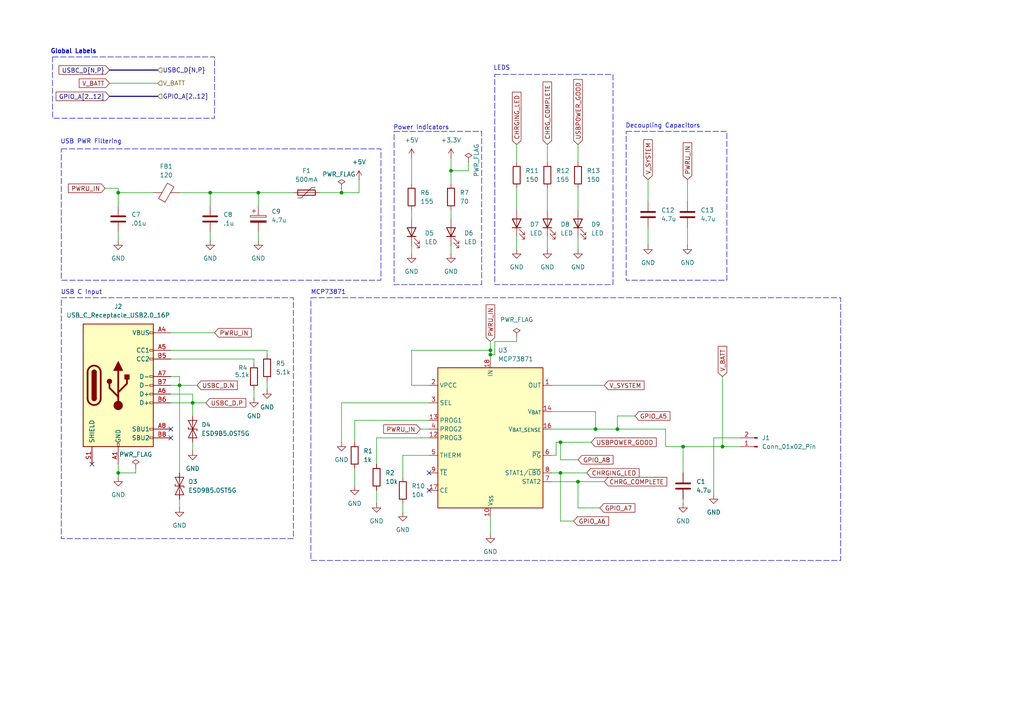
<source format=kicad_sch>
(kicad_sch (version 20231120) (generator "eeschema") (generator_version "8.0")
  (paper "A4")
  (lib_symbols
    (symbol "Battery_Management:MCP73871"
      (property "Reference" "U" (at -7.62 24.13 0))
      (property "Value" "MCP73871" (at -15.24 21.59 0))
      (symbol "MCP73871_0_1"
        (rectangle (start -15.24 20.32) (end 15.24 -20.32) (stroke (width 0.254)) (fill (type background)))
      )
      (symbol "MCP73871_1_1"
        (pin power_out line (at 17.78 15.24 180) (length 2.54) (name "OUT") (number "1"))
        (pin power_in line (at 0 -22.86 90) (length 2.54) (name "V_{SS}") (number "10"))
        (pin passive line (at 0 -22.86 90) (length 2.54) hide (name "V_{SS}") (number "11"))
        (pin bidirectional line (at -17.78 0 0) (length 2.54) (name "PROG3") (number "12"))
        (pin bidirectional line (at -17.78 5.08 0) (length 2.54) (name "PROG1") (number "13"))
        (pin power_out line (at 17.78 7.62 180) (length 2.54) (name "V_{BAT}") (number "14"))
        (pin passive line (at 17.78 7.62 180) (length 2.54) hide (name "V_{BAT}") (number "15"))
        (pin input line (at 17.78 2.54 180) (length 2.54) (name "V_{BAT_SENSE}") (number "16"))
        (pin input line (at -17.78 -15.24 0) (length 2.54) (name "CE") (number "17"))
        (pin power_in line (at 0 22.86 270) (length 2.54) (name "IN") (number "18"))
        (pin passive line (at 0 22.86 270) (length 2.54) hide (name "IN") (number "19"))
        (pin input line (at -17.78 15.24 0) (length 2.54) (name "VPCC") (number "2"))
        (pin passive line (at 17.78 15.24 180) (length 2.54) hide (name "OUT") (number "20"))
        (pin passive line (at 0 -22.86 90) (length 2.54) hide (name "V_{SS}") (number "21"))
        (pin input line (at -17.78 10.16 0) (length 2.54) (name "SEL") (number "3"))
        (pin input line (at -17.78 2.54 0) (length 2.54) (name "PROG2") (number "4"))
        (pin bidirectional line (at -17.78 -5.08 0) (length 2.54) (name "THERM") (number "5"))
        (pin open_collector line (at 17.78 -5.08 180) (length 2.54) (name "~{PG}") (number "6"))
        (pin open_collector line (at 17.78 -12.7 180) (length 2.54) (name "STAT2") (number "7"))
        (pin open_collector line (at 17.78 -10.16 180) (length 2.54) (name "STAT1/~{LBO}") (number "8"))
        (pin input line (at -17.78 -10.16 0) (length 2.54) (name "~{TE}") (number "9"))
      )
    )
    (symbol "Connector:Conn_01x02_Pin" (pin_names (offset 1.016) hide)
      (property "Reference" "J" (at 0 2.54 0))
      (property "Value" "Conn_01x02_Pin" (at 0 -5.08 0))
      (symbol "Conn_01x02_Pin_1_1"
        (polyline (pts (xy 1.27 -2.54) (xy 0.8636 -2.54)) (stroke (width 0.1524)))
        (polyline (pts (xy 1.27 0) (xy 0.8636 0)) (stroke (width 0.1524)))
        (rectangle (start 0.8636 -2.413) (end 0 -2.667) (stroke (width 0.1524)) (fill (type outline)))
        (rectangle (start 0.8636 0.127) (end 0 -0.127) (stroke (width 0.1524)) (fill (type outline)))
        (pin passive line (at 5.08 0 180) (length 3.81) (name "Pin_1") (number "1"))
        (pin passive line (at 5.08 -2.54 180) (length 3.81) (name "Pin_2") (number "2"))
      )
    )
    (symbol "Connector:USB_C_Receptacle_USB2.0_16P" (pin_names (offset 1.016))
      (property "Reference" "J" (at 0 22.225 0))
      (property "Value" "USB_C_Receptacle_USB2.0_16P" (at 0 19.685 0))
      (symbol "USB_C_Receptacle_USB2.0_16P_0_0"
        (rectangle (start -0.254 -17.78) (end 0.254 -16.764))
        (rectangle (start 10.16 -14.986) (end 9.144 -15.494))
        (rectangle (start 10.16 -12.446) (end 9.144 -12.954))
        (rectangle (start 10.16 -4.826) (end 9.144 -5.334))
        (rectangle (start 10.16 -2.286) (end 9.144 -2.794))
        (rectangle (start 10.16 0.254) (end 9.144 -0.254))
        (rectangle (start 10.16 2.794) (end 9.144 2.286))
        (rectangle (start 10.16 7.874) (end 9.144 7.366))
        (rectangle (start 10.16 10.414) (end 9.144 9.906))
        (rectangle (start 10.16 15.494) (end 9.144 14.986))
      )
      (symbol "USB_C_Receptacle_USB2.0_16P_0_1"
        (rectangle (start -10.16 17.78) (end 10.16 -17.78) (stroke (width 0.254)) (fill (type background)))
        (arc (start -8.89 -3.81) (mid -6.985 -5.7067) (end -5.08 -3.81) (stroke (width 0.508)))
        (arc (start -7.62 -3.81) (mid -6.985 -4.4423) (end -6.35 -3.81) (stroke (width 0.254)))
        (arc (start -7.62 -3.81) (mid -6.985 -4.4423) (end -6.35 -3.81) (stroke (width 0.254)) (fill (type outline)))
        (rectangle (start -7.62 -3.81) (end -6.35 3.81) (stroke (width 0.254)) (fill (type outline)))
        (arc (start -6.35 3.81) (mid -6.985 4.4423) (end -7.62 3.81) (stroke (width 0.254)))
        (arc (start -6.35 3.81) (mid -6.985 4.4423) (end -7.62 3.81) (stroke (width 0.254)) (fill (type outline)))
        (arc (start -5.08 3.81) (mid -6.985 5.7067) (end -8.89 3.81) (stroke (width 0.508)))
        (circle (center -2.54 1.143) (radius 0.635) (stroke (width 0.254)) (fill (type outline)))
        (circle (center 0 -5.842) (radius 1.27) (fill (type outline)))
        (polyline (pts (xy -8.89 -3.81) (xy -8.89 3.81)) (stroke (width 0.508)))
        (polyline (pts (xy -5.08 3.81) (xy -5.08 -3.81)) (stroke (width 0.508)))
        (polyline (pts (xy 0 -5.842) (xy 0 4.318)) (stroke (width 0.508)))
        (polyline (pts (xy 0 -3.302) (xy -2.54 -0.762) (xy -2.54 0.508)) (stroke (width 0.508)))
        (polyline (pts (xy 0 -2.032) (xy 2.54 0.508) (xy 2.54 1.778)) (stroke (width 0.508)))
        (polyline (pts (xy -1.27 4.318) (xy 0 6.858) (xy 1.27 4.318) (xy -1.27 4.318)) (stroke (width 0.254)) (fill (type outline)))
        (rectangle (start 1.905 1.778) (end 3.175 3.048) (stroke (width 0.254)) (fill (type outline)))
      )
      (symbol "USB_C_Receptacle_USB2.0_16P_1_1"
        (pin passive line (at 0 -22.86 90) (length 5.08) (name "GND") (number "A1"))
        (pin passive line (at 0 -22.86 90) (length 5.08) hide (name "GND") (number "A12"))
        (pin passive line (at 15.24 15.24 180) (length 5.08) (name "VBUS") (number "A4"))
        (pin bidirectional line (at 15.24 10.16 180) (length 5.08) (name "CC1") (number "A5"))
        (pin bidirectional line (at 15.24 -2.54 180) (length 5.08) (name "D+") (number "A6"))
        (pin bidirectional line (at 15.24 2.54 180) (length 5.08) (name "D-") (number "A7"))
        (pin bidirectional line (at 15.24 -12.7 180) (length 5.08) (name "SBU1") (number "A8"))
        (pin passive line (at 15.24 15.24 180) (length 5.08) hide (name "VBUS") (number "A9"))
        (pin passive line (at 0 -22.86 90) (length 5.08) hide (name "GND") (number "B1"))
        (pin passive line (at 0 -22.86 90) (length 5.08) hide (name "GND") (number "B12"))
        (pin passive line (at 15.24 15.24 180) (length 5.08) hide (name "VBUS") (number "B4"))
        (pin bidirectional line (at 15.24 7.62 180) (length 5.08) (name "CC2") (number "B5"))
        (pin bidirectional line (at 15.24 -5.08 180) (length 5.08) (name "D+") (number "B6"))
        (pin bidirectional line (at 15.24 0 180) (length 5.08) (name "D-") (number "B7"))
        (pin bidirectional line (at 15.24 -15.24 180) (length 5.08) (name "SBU2") (number "B8"))
        (pin passive line (at 15.24 15.24 180) (length 5.08) hide (name "VBUS") (number "B9"))
        (pin passive line (at -7.62 -22.86 90) (length 5.08) (name "SHIELD") (number "S1"))
      )
    )
    (symbol "Device:C" (pin_numbers hide) (pin_names (offset 0.254))
      (property "Reference" "C" (at 0.635 2.54 0))
      (property "Value" "C" (at 0.635 -2.54 0))
      (symbol "C_0_1"
        (polyline (pts (xy -2.032 -0.762) (xy 2.032 -0.762)) (stroke (width 0.508)))
        (polyline (pts (xy -2.032 0.762) (xy 2.032 0.762)) (stroke (width 0.508)))
      )
      (symbol "C_1_1"
        (pin passive line (at 0 3.81 270) (length 2.794) (name "~") (number "1"))
        (pin passive line (at 0 -3.81 90) (length 2.794) (name "~") (number "2"))
      )
    )
    (symbol "Device:C_Polarized" (pin_numbers hide) (pin_names (offset 0.254))
      (property "Reference" "C" (at 0.635 2.54 0))
      (property "Value" "C_Polarized" (at 0.635 -2.54 0))
      (symbol "C_Polarized_0_1"
        (rectangle (start -2.286 0.508) (end 2.286 1.016))
        (polyline (pts (xy -1.778 2.286) (xy -0.762 2.286)))
        (polyline (pts (xy -1.27 2.794) (xy -1.27 1.778)))
        (rectangle (start 2.286 -0.508) (end -2.286 -1.016) (fill (type outline)))
      )
      (symbol "C_Polarized_1_1"
        (pin passive line (at 0 3.81 270) (length 2.794) (name "~") (number "1"))
        (pin passive line (at 0 -3.81 90) (length 2.794) (name "~") (number "2"))
      )
    )
    (symbol "Device:FerriteBead" (pin_numbers hide) (pin_names (offset 0))
      (property "Reference" "FB" (at -3.81 0.635 90))
      (property "Value" "FerriteBead" (at 3.81 0 90))
      (symbol "FerriteBead_0_1"
        (polyline (pts (xy 0 -1.27) (xy 0 -1.2192)))
        (polyline (pts (xy 0 1.27) (xy 0 1.2954)))
        (polyline (pts (xy -2.7686 0.4064) (xy -1.7018 2.2606) (xy 2.7686 -0.3048) (xy 1.6764 -2.159) (xy -2.7686 0.4064)))
      )
      (symbol "FerriteBead_1_1"
        (pin passive line (at 0 3.81 270) (length 2.54) (name "~") (number "1"))
        (pin passive line (at 0 -3.81 90) (length 2.54) (name "~") (number "2"))
      )
    )
    (symbol "Device:LED" (pin_numbers hide) (pin_names (offset 1.016) hide)
      (property "Reference" "D" (at 0 2.54 0))
      (property "Value" "LED" (at 0 -2.54 0))
      (symbol "LED_0_1"
        (polyline (pts (xy -1.27 -1.27) (xy -1.27 1.27)) (stroke (width 0.254)))
        (polyline (pts (xy -1.27 0) (xy 1.27 0)))
        (polyline (pts (xy 1.27 -1.27) (xy 1.27 1.27) (xy -1.27 0) (xy 1.27 -1.27)) (stroke (width 0.254)))
        (polyline (pts (xy -3.048 -0.762) (xy -4.572 -2.286) (xy -3.81 -2.286) (xy -4.572 -2.286) (xy -4.572 -1.524)))
        (polyline (pts (xy -1.778 -0.762) (xy -3.302 -2.286) (xy -2.54 -2.286) (xy -3.302 -2.286) (xy -3.302 -1.524)))
      )
      (symbol "LED_1_1"
        (pin passive line (at -3.81 0 0) (length 2.54) (name "K") (number "1"))
        (pin passive line (at 3.81 0 180) (length 2.54) (name "A") (number "2"))
      )
    )
    (symbol "Device:Polyfuse" (pin_numbers hide) (pin_names (offset 0))
      (property "Reference" "F" (at -2.54 0 90))
      (property "Value" "Polyfuse" (at 2.54 0 90))
      (symbol "Polyfuse_0_1"
        (rectangle (start -0.762 2.54) (end 0.762 -2.54) (stroke (width 0.254)))
        (polyline (pts (xy 0 2.54) (xy 0 -2.54)))
        (polyline (pts (xy -1.524 2.54) (xy -1.524 1.524) (xy 1.524 -1.524) (xy 1.524 -2.54)))
      )
      (symbol "Polyfuse_1_1"
        (pin passive line (at 0 3.81 270) (length 1.27) (name "~") (number "1"))
        (pin passive line (at 0 -3.81 90) (length 1.27) (name "~") (number "2"))
      )
    )
    (symbol "Device:R" (pin_numbers hide) (pin_names (offset 0))
      (property "Reference" "R" (at 2.032 0 90))
      (property "Value" "R" (at 0 0 90))
      (symbol "R_0_1"
        (rectangle (start -1.016 -2.54) (end 1.016 2.54) (stroke (width 0.254)))
      )
      (symbol "R_1_1"
        (pin passive line (at 0 3.81 270) (length 1.27) (name "~") (number "1"))
        (pin passive line (at 0 -3.81 90) (length 1.27) (name "~") (number "2"))
      )
    )
    (symbol "Diode:ESD9B5.0ST5G" (pin_numbers hide) (pin_names (offset 1.016) hide)
      (property "Reference" "D" (at 0 2.54 0))
      (property "Value" "ESD9B5.0ST5G" (at 0 -2.54 0))
      (symbol "ESD9B5.0ST5G_0_1"
        (polyline (pts (xy 1.27 0) (xy -1.27 0)))
        (polyline (pts (xy -2.54 -1.27) (xy 0 0) (xy -2.54 1.27) (xy -2.54 -1.27)) (stroke (width 0.2032)))
        (polyline (pts (xy 0.508 1.27) (xy 0 1.27) (xy 0 -1.27) (xy -0.508 -1.27)) (stroke (width 0.2032)))
        (polyline (pts (xy 2.54 1.27) (xy 2.54 -1.27) (xy 0 0) (xy 2.54 1.27)) (stroke (width 0.2032)))
      )
      (symbol "ESD9B5.0ST5G_1_1"
        (pin passive line (at -3.81 0 0) (length 2.54) (name "A1") (number "1"))
        (pin passive line (at 3.81 0 180) (length 2.54) (name "A2") (number "2"))
      )
    )
    (symbol "power:+3.3V" (power) (pin_numbers hide) (pin_names (offset 0) hide)
      (property "Value" "+3.3V" (at 0 3.556 0))
      (symbol "+3.3V_0_1"
        (polyline (pts (xy -0.762 1.27) (xy 0 2.54)))
        (polyline (pts (xy 0 0) (xy 0 2.54)))
        (polyline (pts (xy 0 2.54) (xy 0.762 1.27)))
      )
      (symbol "+3.3V_1_1"
        (pin power_in line (at 0 0 90) (length 0) (name "~") (number "1"))
      )
    )
    (symbol "power:+5V" (power) (pin_numbers hide) (pin_names (offset 0) hide)
      (property "Value" "+5V" (at 0 3.556 0))
      (symbol "+5V_0_1"
        (polyline (pts (xy -0.762 1.27) (xy 0 2.54)))
        (polyline (pts (xy 0 0) (xy 0 2.54)))
        (polyline (pts (xy 0 2.54) (xy 0.762 1.27)))
      )
      (symbol "+5V_1_1"
        (pin power_in line (at 0 0 90) (length 0) (name "~") (number "1"))
      )
    )
    (symbol "power:GND" (power) (pin_numbers hide) (pin_names (offset 0) hide)
      (property "Value" "GND" (at 0 -3.81 0))
      (symbol "GND_0_1"
        (polyline (pts (xy 0 0) (xy 0 -1.27) (xy 1.27 -1.27) (xy 0 -2.54) (xy -1.27 -1.27) (xy 0 -1.27)))
      )
      (symbol "GND_1_1"
        (pin power_in line (at 0 0 270) (length 0) (name "~") (number "1"))
      )
    )
    (symbol "power:PWR_FLAG" (power) (pin_numbers hide) (pin_names (offset 0) hide)
      (property "Value" "PWR_FLAG" (at 0 3.81 0))
      (symbol "PWR_FLAG_0_0"
        (pin power_out line (at 0 0 90) (length 0) (name "~") (number "1"))
      )
      (symbol "PWR_FLAG_0_1"
        (polyline (pts (xy 0 0) (xy 0 1.27) (xy -1.016 1.905) (xy 0 2.54) (xy 1.016 1.905) (xy 0 1.27)))
      )
    )
  )
  (junction (at 99.06 55.88))
  (junction (at 198.12 129.54))
  (junction (at 142.24 101.6))
  (junction (at 179.07 124.46))
  (junction (at 34.29 55.88))
  (junction (at 162.56 137.16))
  (junction (at 167.64 139.7))
  (junction (at 34.29 137.16))
  (junction (at 60.96 55.88))
  (junction (at 74.93 55.88))
  (junction (at 130.81 49.53))
  (junction (at 209.55 129.54))
  (junction (at 162.56 128.27))
  (junction (at 52.07 111.76))
  (junction (at 142.24 102.87))
  (junction (at 172.72 124.46))
  (junction (at 55.88 116.84))
  (no_connect (at 26.67 134.62))
  (no_connect (at 49.53 127))
  (no_connect (at 49.53 124.46))
  (no_connect (at 124.46 137.16))
  (no_connect (at 124.46 142.24))
  (wire (pts (xy 124.46 116.84) (xy 99.06 116.84)))
  (wire (pts (xy 74.93 67.31) (xy 74.93 69.85)))
  (wire (pts (xy 172.72 124.46) (xy 179.07 124.46)))
  (wire (pts (xy 49.53 96.52) (xy 62.23 96.52)))
  (wire (pts (xy 102.87 121.92) (xy 102.87 128.27)))
  (wire (pts (xy 167.64 41.91) (xy 167.64 46.99)))
  (wire (pts (xy 142.24 102.87) (xy 142.24 104.14)))
  (wire (pts (xy 102.87 135.89) (xy 102.87 140.97)))
  (wire (pts (xy 199.39 66.04) (xy 199.39 71.12)))
  (wire (pts (xy 119.38 71.12) (xy 119.38 73.66)))
  (wire (pts (xy 162.56 128.27) (xy 161.29 128.27)))
  (wire (pts (xy 52.07 111.76) (xy 52.07 137.16)))
  (wire (pts (xy 52.07 144.78) (xy 52.07 147.32)))
  (wire (pts (xy 34.29 134.62) (xy 34.29 137.16)))
  (wire (pts (xy 149.86 41.91) (xy 149.86 46.99)))
  (wire (pts (xy 73.66 104.14) (xy 73.66 105.41)))
  (wire (pts (xy 99.06 54.61) (xy 99.06 55.88)))
  (wire (pts (xy 49.53 111.76) (xy 52.07 111.76)))
  (wire (pts (xy 55.88 116.84) (xy 55.88 120.65)))
  (wire (pts (xy 99.06 116.84) (xy 99.06 128.27)))
  (wire (pts (xy 49.53 114.3) (xy 55.88 114.3)))
  (wire (pts (xy 124.46 121.92) (xy 102.87 121.92)))
  (wire (pts (xy 149.86 54.61) (xy 149.86 60.96)))
  (wire (pts (xy 162.56 137.16) (xy 160.02 137.16)))
  (wire (pts (xy 199.39 52.07) (xy 199.39 58.42)))
  (wire (pts (xy 198.12 144.78) (xy 198.12 146.05)))
  (wire (pts (xy 130.81 45.72) (xy 130.81 49.53)))
  (wire (pts (xy 187.96 52.07) (xy 187.96 58.42)))
  (wire (pts (xy 209.55 129.54) (xy 214.63 129.54)))
  (wire (pts (xy 130.81 71.12) (xy 130.81 73.66)))
  (wire (pts (xy 179.07 124.46) (xy 193.04 124.46)))
  (wire (pts (xy 167.64 147.32) (xy 173.99 147.32)))
  (wire (pts (xy 142.24 101.6) (xy 142.24 102.87)))
  (wire (pts (xy 171.45 128.27) (xy 162.56 128.27)))
  (wire (pts (xy 179.07 120.65) (xy 179.07 124.46)))
  (wire (pts (xy 77.47 110.49) (xy 77.47 113.03)))
  (wire (pts (xy 109.22 142.24) (xy 109.22 146.05)))
  (wire (pts (xy 55.88 128.27) (xy 55.88 130.81)))
  (wire (pts (xy 34.29 67.31) (xy 34.29 69.85)))
  (wire (pts (xy 158.75 41.91) (xy 158.75 46.99)))
  (wire (pts (xy 130.81 60.96) (xy 130.81 63.5)))
  (wire (pts (xy 124.46 132.08) (xy 116.84 132.08)))
  (wire (pts (xy 198.12 129.54) (xy 198.12 137.16)))
  (wire (pts (xy 39.37 135.89) (xy 39.37 137.16)))
  (wire (pts (xy 142.24 99.06) (xy 142.24 101.6)))
  (wire (pts (xy 160.02 119.38) (xy 172.72 119.38)))
  (wire (pts (xy 207.01 127) (xy 207.01 143.51)))
  (wire (pts (xy 119.38 101.6) (xy 142.24 101.6)))
  (wire (pts (xy 52.07 55.88) (xy 60.96 55.88)))
  (wire (pts (xy 167.64 54.61) (xy 167.64 60.96)))
  (wire (pts (xy 167.64 139.7) (xy 160.02 139.7)))
  (wire (pts (xy 52.07 109.22) (xy 52.07 111.76)))
  (wire (pts (xy 209.55 109.22) (xy 209.55 129.54)))
  (wire (pts (xy 74.93 55.88) (xy 74.93 59.69)))
  (wire (pts (xy 214.63 127) (xy 207.01 127)))
  (wire (pts (xy 175.26 139.7) (xy 167.64 139.7)))
  (wire (pts (xy 60.96 67.31) (xy 60.96 69.85)))
  (wire (pts (xy 119.38 60.96) (xy 119.38 63.5)))
  (wire (pts (xy 162.56 128.27) (xy 162.56 133.35)))
  (wire (pts (xy 167.64 68.58) (xy 167.64 72.39)))
  (wire (pts (xy 162.56 133.35) (xy 167.64 133.35)))
  (wire (pts (xy 55.88 114.3) (xy 55.88 116.84)))
  (wire (pts (xy 34.29 55.88) (xy 44.45 55.88)))
  (wire (pts (xy 187.96 66.04) (xy 187.96 71.12)))
  (wire (pts (xy 49.53 101.6) (xy 77.47 101.6)))
  (wire (pts (xy 198.12 129.54) (xy 209.55 129.54)))
  (wire (pts (xy 34.29 55.88) (xy 34.29 59.69)))
  (wire (pts (xy 149.86 97.79) (xy 149.86 99.06)))
  (wire (pts (xy 198.12 129.54) (xy 193.04 129.54)))
  (wire (pts (xy 77.47 101.6) (xy 77.47 102.87)))
  (wire (pts (xy 160.02 124.46) (xy 172.72 124.46)))
  (wire (pts (xy 184.15 120.65) (xy 179.07 120.65)))
  (wire (pts (xy 119.38 111.76) (xy 119.38 101.6)))
  (wire (pts (xy 99.06 55.88) (xy 104.14 55.88)))
  (wire (pts (xy 149.86 68.58) (xy 149.86 72.39)))
  (wire (pts (xy 31.75 24.13) (xy 45.72 24.13)))
  (wire (pts (xy 73.66 113.03) (xy 73.66 115.57)))
  (wire (pts (xy 142.24 102.87) (xy 143.51 102.87)))
  (wire (pts (xy 34.29 137.16) (xy 39.37 137.16)))
  (wire (pts (xy 170.18 137.16) (xy 162.56 137.16)))
  (wire (pts (xy 116.84 132.08) (xy 116.84 138.43)))
  (wire (pts (xy 167.64 139.7) (xy 167.64 147.32)))
  (wire (pts (xy 49.53 116.84) (xy 55.88 116.84)))
  (wire (pts (xy 52.07 111.76) (xy 57.15 111.76)))
  (wire (pts (xy 130.81 49.53) (xy 135.89 49.53)))
  (bus (pts (xy 31.75 20.32) (xy 45.72 20.32)))
  (wire (pts (xy 172.72 119.38) (xy 172.72 124.46)))
  (wire (pts (xy 30.48 54.61) (xy 34.29 54.61)))
  (wire (pts (xy 158.75 54.61) (xy 158.75 60.96)))
  (wire (pts (xy 130.81 49.53) (xy 130.81 53.34)))
  (wire (pts (xy 161.29 132.08) (xy 160.02 132.08)))
  (wire (pts (xy 124.46 127) (xy 109.22 127)))
  (wire (pts (xy 49.53 109.22) (xy 52.07 109.22)))
  (wire (pts (xy 135.89 46.99) (xy 135.89 49.53)))
  (wire (pts (xy 116.84 146.05) (xy 116.84 148.59)))
  (wire (pts (xy 92.71 55.88) (xy 99.06 55.88)))
  (wire (pts (xy 119.38 111.76) (xy 124.46 111.76)))
  (wire (pts (xy 158.75 68.58) (xy 158.75 72.39)))
  (wire (pts (xy 60.96 55.88) (xy 74.93 55.88)))
  (wire (pts (xy 161.29 128.27) (xy 161.29 132.08)))
  (wire (pts (xy 162.56 151.13) (xy 166.37 151.13)))
  (wire (pts (xy 74.93 55.88) (xy 85.09 55.88)))
  (wire (pts (xy 160.02 111.76) (xy 175.26 111.76)))
  (wire (pts (xy 121.92 124.46) (xy 124.46 124.46)))
  (bus (pts (xy 31.75 27.94) (xy 45.72 27.94)))
  (wire (pts (xy 104.14 52.07) (xy 104.14 55.88)))
  (wire (pts (xy 193.04 124.46) (xy 193.04 129.54)))
  (wire (pts (xy 34.29 54.61) (xy 34.29 55.88)))
  (wire (pts (xy 119.38 45.72) (xy 119.38 53.34)))
  (wire (pts (xy 109.22 127) (xy 109.22 134.62)))
  (wire (pts (xy 55.88 116.84) (xy 59.69 116.84)))
  (wire (pts (xy 143.51 102.87) (xy 143.51 99.06)))
  (wire (pts (xy 143.51 99.06) (xy 149.86 99.06)))
  (wire (pts (xy 142.24 149.86) (xy 142.24 154.94)))
  (wire (pts (xy 60.96 55.88) (xy 60.96 59.69)))
  (wire (pts (xy 34.29 137.16) (xy 34.29 138.43)))
  (wire (pts (xy 49.53 104.14) (xy 73.66 104.14)))
  (wire (pts (xy 162.56 137.16) (xy 162.56 151.13)))
  (rectangle (start 17.78 43.18) (end 110.49 81.28) (stroke (width 0) (type dash)))
  (rectangle (start 17.78 86.36) (end 85.09 156.21) (stroke (width 0) (type dash)))
  (rectangle (start 181.61 38.1) (end 210.82 81.28) (stroke (width 0) (type dash)))
  (rectangle (start 15.24 16.51) (end 62.23 34.29) (stroke (width 0) (type dash)))
  (rectangle (start 143.51 21.59) (end 177.8 82.55) (stroke (width 0) (type dash)))
  (rectangle (start 114.3 38.1) (end 139.7 82.55) (stroke (width 0) (type dash)))
  (rectangle (start 90.17 86.36) (end 243.84 162.56) (stroke (width 0) (type dash)))
  (text "Global Labels" (at 21.336 14.986 0) (effects (font (size 1.27 1.27) (thickness 0.254) (bold yes))))
  (text "USB C Input" (at 23.622 84.836 0) (effects (font (size 1.27 1.27))))
  (text "USB PWR Filtering" (at 26.416 41.148 0) (effects (font (size 1.27 1.27))))
  (text "Power Indicators" (at 122.174 37.084 0) (effects (font (size 1.27 1.27))))
  (text "LEDS" (at 145.542 19.812 0) (effects (font (size 1.27 1.27))))
  (text "MCP73871" (at 95.25 84.836 0) (effects (font (size 1.27 1.27))))
  (text "Decoupling Capacitors" (at 192.278 36.576 0) (effects (font (size 1.27 1.27))))
  (global_label "PWRU_IN" (shape input) (at 62.23 96.52 0) (property "Intersheetrefs" "${INTERSHEET_REFS}" (effects (hide yes))))
  (global_label "USBC_D.P" (shape input) (at 59.69 116.84 0) (property "Intersheetrefs" "${INTERSHEET_REFS}" (effects (hide yes))))
  (global_label "CHRG_COMPLETE" (shape input) (at 175.26 139.7 0) (property "Intersheetrefs" "${INTERSHEET_REFS}" (effects (hide yes))))
  (global_label "V_SYSTEM" (shape input) (at 187.96 52.07 90) (property "Intersheetrefs" "${INTERSHEET_REFS}" (effects (hide yes))))
  (global_label "CHRG_COMPLETE" (shape input) (at 158.75 41.91 90) (property "Intersheetrefs" "${INTERSHEET_REFS}" (effects (hide yes))))
  (global_label "PWRU_IN" (shape input) (at 30.48 54.61 180) (property "Intersheetrefs" "${INTERSHEET_REFS}" (effects (hide yes))))
  (global_label "V_BATT" (shape input) (at 31.75 24.13 180) (property "Intersheetrefs" "${INTERSHEET_REFS}" (effects (hide yes))))
  (global_label "GPIO_A7" (shape input) (at 173.99 147.32 0) (property "Intersheetrefs" "${INTERSHEET_REFS}" (effects (hide yes))))
  (global_label "CHRGING_LED" (shape input) (at 149.86 41.91 90) (property "Intersheetrefs" "${INTERSHEET_REFS}" (effects (hide yes))))
  (global_label "V_SYSTEM" (shape input) (at 175.26 111.76 0) (property "Intersheetrefs" "${INTERSHEET_REFS}" (effects (hide yes))))
  (global_label "PWRU_IN" (shape input) (at 199.39 52.07 90) (property "Intersheetrefs" "${INTERSHEET_REFS}" (effects (hide yes))))
  (global_label "GPIO_A[2..12]" (shape input) (at 31.75 27.94 180) (property "Intersheetrefs" "${INTERSHEET_REFS}" (effects (hide yes))))
  (global_label "PWRU_IN" (shape input) (at 121.92 124.46 180) (property "Intersheetrefs" "${INTERSHEET_REFS}" (effects (hide yes))))
  (global_label "V_BATT" (shape input) (at 209.55 109.22 90) (property "Intersheetrefs" "${INTERSHEET_REFS}" (effects (hide yes))))
  (global_label "USBC_D.N" (shape input) (at 57.15 111.76 0))
  (global_label "CHRGING_LED" (shape input) (at 170.18 137.16 0) (property "Intersheetrefs" "${INTERSHEET_REFS}" (effects (hide yes))))
  (global_label "PWRU_IN" (shape input) (at 142.24 99.06 90) (property "Intersheetrefs" "${INTERSHEET_REFS}" (effects (hide yes))))
  (global_label "GPIO_A5" (shape input) (at 184.15 120.65 0) (property "Intersheetrefs" "${INTERSHEET_REFS}" (effects (hide yes))))
  (global_label "USBPOWER_GOOD" (shape input) (at 167.64 41.91 90) (property "Intersheetrefs" "${INTERSHEET_REFS}" (effects (hide yes))))
  (global_label "USBC_D{N,P}" (shape input) (at 31.75 20.32 180) (property "Intersheetrefs" "${INTERSHEET_REFS}" (effects (hide yes))))
  (global_label "GPIO_A8" (shape input) (at 167.64 133.35 0) (property "Intersheetrefs" "${INTERSHEET_REFS}" (effects (hide yes))))
  (global_label "USBPOWER_GOOD" (shape input) (at 171.45 128.27 0) (property "Intersheetrefs" "${INTERSHEET_REFS}" (effects (hide yes))))
  (global_label "GPIO_A6" (shape input) (at 166.37 151.13 0) (property "Intersheetrefs" "${INTERSHEET_REFS}" (effects (hide yes))))
  (hierarchical_label "V_BATT" (shape input) (at 45.72 24.13 0))
  (hierarchical_label "GPIO_A[2..12]" (shape input) (at 45.72 27.94 0))
  (hierarchical_label "USBC_D{N,P}" (shape input) (at 45.72 20.32 0))
  (symbol (lib_id "Battery_Management:MCP73871") (at 142.24 127 0) (unit 1)
    (property "Reference" "U3" (at 144.4341 101.6 0) (effects (justify left)))
    (property "Value" "MCP73871" (at 144.4341 104.14 0) (effects (justify left)))
    (property "Footprint" "Package_DFN_QFN:QFN-20-1EP_4x4mm_P0.5mm_EP2.5x2.5mm" (effects (hide yes)))
    (property "Datasheet" "http://www.mouser.com/ds/2/268/22090a-52174.pdf" (effects (hide yes)))
    (property "Description" "Single cell, Li-Ion/Li-Po charge management controller" (effects (hide yes)))
  )
  (symbol (lib_id "Device:R") (at 77.47 106.68 0) (unit 1)
    (property "Reference" "R5" (at 80.01 105.4099 0) (effects (justify left)))
    (property "Value" "5.1k" (at 80.01 107.9499 0) (effects (justify left)))
    (property "Footprint" "Resistor_SMD:R_0805_2012Metric_Pad1.20x1.40mm_HandSolder" (effects (hide yes)))
    (property "Description" "Resistor" (effects (hide yes)))
  )
  (symbol (lib_id "power:+5V") (at 104.14 52.07 0) (unit 1)
    (property "Reference" "#PWR026" (effects (hide yes)))
    (property "Value" "+5V" (at 104.14 46.99 0))
    (property "Description" "Power symbol creates a global label with name \"+5V\"" (effects (hide yes)))
  )
  (symbol (lib_id "Device:C_Polarized") (at 74.93 63.5 0) (unit 1)
    (property "Reference" "C9" (at 78.74 61.3409 0) (effects (justify left)))
    (property "Value" "4.7u" (at 78.74 63.8809 0) (effects (justify left)))
    (property "Footprint" "Capacitor_SMD:C_0805_2012Metric_Pad1.18x1.45mm_HandSolder" (effects (hide yes)))
    (property "Description" "Polarized capacitor" (effects (hide yes)))
  )
  (symbol (lib_id "power:GND") (at 116.84 148.59 0) (unit 1)
    (property "Reference" "#PWR010" (effects (hide yes)))
    (property "Value" "GND" (at 116.84 153.67 0))
    (property "Description" "Power symbol creates a global label with name \"GND\" , ground" (effects (hide yes)))
  )
  (symbol (lib_id "Device:C") (at 199.39 62.23 0) (unit 1)
    (property "Reference" "C13" (at 203.2 60.9599 0) (effects (justify left)))
    (property "Value" "4.7u" (at 203.2 63.4999 0) (effects (justify left)))
    (property "Footprint" "Capacitor_SMD:C_0805_2012Metric_Pad1.18x1.45mm_HandSolder" (effects (hide yes)))
    (property "Description" "Unpolarized capacitor" (effects (hide yes)))
  )
  (symbol (lib_id "power:GND") (at 102.87 140.97 0) (unit 1)
    (property "Reference" "#PWR08" (effects (hide yes)))
    (property "Value" "GND" (at 102.87 146.05 0))
    (property "Description" "Power symbol creates a global label with name \"GND\" , ground" (effects (hide yes)))
  )
  (symbol (lib_id "power:GND") (at 119.38 73.66 0) (unit 1)
    (property "Reference" "#PWR028" (effects (hide yes)))
    (property "Value" "GND" (at 119.38 78.74 0))
    (property "Description" "Power symbol creates a global label with name \"GND\" , ground" (effects (hide yes)))
  )
  (symbol (lib_id "Device:Polyfuse") (at 88.9 55.88 90) (unit 1)
    (property "Reference" "F1" (at 88.9 49.53 90))
    (property "Value" "500mA" (at 88.9 52.07 90))
    (property "Footprint" "Fuse:Fuse_1812_4532Metric" (effects (hide yes)))
    (property "Description" "Resettable fuse, polymeric positive temperature coefficient" (effects (hide yes)))
  )
  (symbol (lib_id "Connector:USB_C_Receptacle_USB2.0_16P") (at 34.29 111.76 0) (unit 1)
    (property "Reference" "J2" (at 34.29 88.9 0))
    (property "Value" "USB_C_Receptacle_USB2.0_16P" (at 34.29 91.44 0))
    (property "Footprint" "Connector_USB:USB_C_Receptacle_Palconn_UTC16-G" (effects (hide yes)))
    (property "Datasheet" "https://www.usb.org/sites/default/files/documents/usb_type-c.zip" (effects (hide yes)))
    (property "Description" "USB 2.0-only 16P Type-C Receptacle connector" (effects (hide yes)))
  )
  (symbol (lib_id "power:GND") (at 73.66 115.57 0) (unit 1)
    (property "Reference" "#PWR021" (effects (hide yes)))
    (property "Value" "GND" (at 73.66 120.65 0))
    (property "Description" "Power symbol creates a global label with name \"GND\" , ground" (effects (hide yes)))
  )
  (symbol (lib_id "Device:LED") (at 119.38 67.31 90) (unit 1)
    (property "Reference" "D5" (at 123.19 67.6274 90) (effects (justify right)))
    (property "Value" "LED" (at 123.19 70.1674 90) (effects (justify right)))
    (property "Footprint" "LED_SMD:LED_0805_2012Metric_Pad1.15x1.40mm_HandSolder" (effects (hide yes)))
    (property "Description" "Light emitting diode" (effects (hide yes)))
  )
  (symbol (lib_id "power:GND") (at 199.39 71.12 0) (unit 1)
    (property "Reference" "#PWR045" (effects (hide yes)))
    (property "Value" "GND" (at 199.39 76.2 0))
    (property "Description" "Power symbol creates a global label with name \"GND\" , ground" (effects (hide yes)))
  )
  (symbol (lib_id "power:+3.3V") (at 130.81 45.72 0) (unit 1)
    (property "Reference" "#PWR029" (effects (hide yes)))
    (property "Value" "+3.3V" (at 130.81 40.64 0))
    (property "Description" "Power symbol creates a global label with name \"+3.3V\"" (effects (hide yes)))
  )
  (symbol (lib_id "Device:LED") (at 167.64 64.77 90) (unit 1)
    (property "Reference" "D9" (at 171.45 65.0874 90) (effects (justify right)))
    (property "Value" "LED" (at 171.45 67.6274 90) (effects (justify right)))
    (property "Footprint" "LED_SMD:LED_0805_2012Metric_Pad1.15x1.40mm_HandSolder" (effects (hide yes)))
    (property "Description" "Light emitting diode" (effects (hide yes)))
  )
  (symbol (lib_id "power:PWR_FLAG") (at 135.89 46.99 0) (unit 1)
    (property "Reference" "#FLG03" (effects (hide yes)))
    (property "Value" "PWR_FLAG" (at 138.176 46.482 90))
    (property "Description" "Special symbol for telling ERC where power comes from" (effects (hide yes)))
  )
  (symbol (lib_id "Device:R") (at 167.64 50.8 0) (unit 1)
    (property "Reference" "R13" (at 170.18 49.5299 0) (effects (justify left)))
    (property "Value" "150" (at 170.18 52.0699 0) (effects (justify left)))
    (property "Footprint" "Resistor_SMD:R_0805_2012Metric_Pad1.20x1.40mm_HandSolder" (effects (hide yes)))
    (property "Description" "Resistor" (effects (hide yes)))
  )
  (symbol (lib_id "Device:R") (at 73.66 109.22 0) (unit 1)
    (property "Reference" "R4" (at 69.088 106.68 0) (effects (justify left)))
    (property "Value" "5.1k" (at 68.072 108.712 0) (effects (justify left)))
    (property "Footprint" "Resistor_SMD:R_0805_2012Metric_Pad1.20x1.40mm_HandSolder" (effects (hide yes)))
    (property "Description" "Resistor" (effects (hide yes)))
  )
  (symbol (lib_id "power:GND") (at 77.47 113.03 0) (unit 1)
    (property "Reference" "#PWR022" (effects (hide yes)))
    (property "Value" "GND" (at 77.47 118.11 0))
    (property "Description" "Power symbol creates a global label with name \"GND\" , ground" (effects (hide yes)))
  )
  (symbol (lib_id "power:GND") (at 149.86 72.39 0) (unit 1)
    (property "Reference" "#PWR036" (effects (hide yes)))
    (property "Value" "GND" (at 149.86 77.47 0))
    (property "Description" "Power symbol creates a global label with name \"GND\" , ground" (effects (hide yes)))
  )
  (symbol (lib_id "power:PWR_FLAG") (at 149.86 97.79 0) (unit 1)
    (property "Reference" "#FLG02" (effects (hide yes)))
    (property "Value" "PWR_FLAG" (at 149.86 92.71 0))
    (property "Description" "Special symbol for telling ERC where power comes from" (effects (hide yes)))
  )
  (symbol (lib_id "Device:C") (at 34.29 63.5 0) (unit 1)
    (property "Reference" "C7" (at 38.1 62.2299 0) (effects (justify left)))
    (property "Value" ".01u" (at 38.1 64.7699 0) (effects (justify left)))
    (property "Footprint" "Capacitor_SMD:C_0805_2012Metric_Pad1.18x1.45mm_HandSolder" (effects (hide yes)))
    (property "Description" "Unpolarized capacitor" (effects (hide yes)))
  )
  (symbol (lib_id "Device:C") (at 198.12 140.97 0) (unit 1)
    (property "Reference" "C1" (at 201.93 139.6999 0) (effects (justify left)))
    (property "Value" "4.7u" (at 201.93 142.2399 0) (effects (justify left)))
    (property "Footprint" "Capacitor_SMD:C_0805_2012Metric_Pad1.18x1.45mm_HandSolder" (effects (hide yes)))
    (property "Description" "Unpolarized capacitor" (effects (hide yes)))
  )
  (symbol (lib_id "power:GND") (at 34.29 69.85 0) (unit 1)
    (property "Reference" "#PWR023" (effects (hide yes)))
    (property "Value" "GND" (at 34.29 74.93 0))
    (property "Description" "Power symbol creates a global label with name \"GND\" , ground" (effects (hide yes)))
  )
  (symbol (lib_id "Device:LED") (at 149.86 64.77 90) (unit 1)
    (property "Reference" "D7" (at 153.67 65.0874 90) (effects (justify right)))
    (property "Value" "LED" (at 153.67 67.6274 90) (effects (justify right)))
    (property "Footprint" "LED_SMD:LED_0805_2012Metric_Pad1.15x1.40mm_HandSolder" (effects (hide yes)))
    (property "Description" "Light emitting diode" (effects (hide yes)))
  )
  (symbol (lib_id "Device:LED") (at 130.81 67.31 90) (unit 1)
    (property "Reference" "D6" (at 134.62 67.6274 90) (effects (justify right)))
    (property "Value" "LED" (at 134.62 70.1674 90) (effects (justify right)))
    (property "Footprint" "LED_SMD:LED_0805_2012Metric_Pad1.15x1.40mm_HandSolder" (effects (hide yes)))
    (property "Description" "Light emitting diode" (effects (hide yes)))
  )
  (symbol (lib_id "power:GND") (at 142.24 154.94 0) (unit 1)
    (property "Reference" "#PWR011" (effects (hide yes)))
    (property "Value" "GND" (at 142.24 160.02 0))
    (property "Description" "Power symbol creates a global label with name \"GND\" , ground" (effects (hide yes)))
  )
  (symbol (lib_id "power:GND") (at 99.06 128.27 0) (unit 1)
    (property "Reference" "#PWR07" (effects (hide yes)))
    (property "Value" "GND" (at 99.06 133.35 0))
    (property "Description" "Power symbol creates a global label with name \"GND\" , ground" (effects (hide yes)))
  )
  (symbol (lib_id "power:GND") (at 130.81 73.66 0) (unit 1)
    (property "Reference" "#PWR030" (effects (hide yes)))
    (property "Value" "GND" (at 130.81 78.74 0))
    (property "Description" "Power symbol creates a global label with name \"GND\" , ground" (effects (hide yes)))
  )
  (symbol (lib_id "power:GND") (at 187.96 71.12 0) (unit 1)
    (property "Reference" "#PWR044" (effects (hide yes)))
    (property "Value" "GND" (at 187.96 76.2 0))
    (property "Description" "Power symbol creates a global label with name \"GND\" , ground" (effects (hide yes)))
  )
  (symbol (lib_id "power:GND") (at 55.88 130.81 0) (unit 1)
    (property "Reference" "#PWR020" (effects (hide yes)))
    (property "Value" "GND" (at 55.88 135.89 0))
    (property "Description" "Power symbol creates a global label with name \"GND\" , ground" (effects (hide yes)))
  )
  (symbol (lib_id "Device:C") (at 187.96 62.23 0) (unit 1)
    (property "Reference" "C12" (at 191.77 60.9599 0) (effects (justify left)))
    (property "Value" "4.7u" (at 191.77 63.4999 0) (effects (justify left)))
    (property "Footprint" "Capacitor_SMD:C_0805_2012Metric_Pad1.18x1.45mm_HandSolder" (effects (hide yes)))
    (property "Description" "Unpolarized capacitor" (effects (hide yes)))
  )
  (symbol (lib_id "Connector:Conn_01x02_Pin") (at 219.71 129.54 180) (unit 1)
    (property "Reference" "J1" (at 220.98 126.9999 0) (effects (justify right)))
    (property "Value" "Conn_01x02_Pin" (at 220.98 129.5399 0) (effects (justify right)))
    (property "Footprint" "Connector_JST:JST_PH_B2B-PH-K_1x02_P2.00mm_Vertical" (effects (hide yes)))
    (property "Description" "Generic connector, single row, 01x02, script generated" (effects (hide yes)))
  )
  (symbol (lib_id "Device:R") (at 109.22 138.43 0) (unit 1)
    (property "Reference" "R2" (at 111.76 137.1599 0) (effects (justify left)))
    (property "Value" "10k" (at 111.76 139.6999 0) (effects (justify left)))
    (property "Footprint" "Resistor_SMD:R_0805_2012Metric_Pad1.20x1.40mm_HandSolder" (effects (hide yes)))
    (property "Description" "Resistor" (effects (hide yes)))
  )
  (symbol (lib_id "Diode:ESD9B5.0ST5G") (at 55.88 124.46 90) (unit 1)
    (property "Reference" "D4" (at 58.42 123.1899 90) (effects (justify right)))
    (property "Value" "ESD9B5.0ST5G" (at 58.42 125.7299 90) (effects (justify right)))
    (property "Footprint" "Inductor_SMD:L_0805_2012Metric_Pad1.05x1.20mm_HandSolder" (effects (hide yes)))
    (property "Datasheet" "https://www.onsemi.com/pub/Collateral/ESD9B-D.PDF" (effects (hide yes)))
    (property "Description" "ESD protection diode, 5.0Vrwm, SOD-923" (effects (hide yes)))
  )
  (symbol (lib_id "power:GND") (at 60.96 69.85 0) (unit 1)
    (property "Reference" "#PWR024" (effects (hide yes)))
    (property "Value" "GND" (at 60.96 74.93 0))
    (property "Description" "Power symbol creates a global label with name \"GND\" , ground" (effects (hide yes)))
  )
  (symbol (lib_id "power:GND") (at 198.12 146.05 0) (unit 1)
    (property "Reference" "#PWR012" (effects (hide yes)))
    (property "Value" "GND" (at 198.12 151.13 0))
    (property "Description" "Power symbol creates a global label with name \"GND\" , ground" (effects (hide yes)))
  )
  (symbol (lib_id "power:+5V") (at 119.38 45.72 0) (unit 1)
    (property "Reference" "#PWR027" (effects (hide yes)))
    (property "Value" "+5V" (at 119.38 40.64 0))
    (property "Description" "Power symbol creates a global label with name \"+5V\"" (effects (hide yes)))
  )
  (symbol (lib_id "power:GND") (at 109.22 146.05 0) (unit 1)
    (property "Reference" "#PWR09" (effects (hide yes)))
    (property "Value" "GND" (at 109.22 151.13 0))
    (property "Description" "Power symbol creates a global label with name \"GND\" , ground" (effects (hide yes)))
  )
  (symbol (lib_id "power:PWR_FLAG") (at 99.06 54.61 0) (unit 1)
    (property "Reference" "#FLG01" (effects (hide yes)))
    (property "Value" "PWR_FLAG" (at 98.298 50.546 0))
    (property "Description" "Special symbol for telling ERC where power comes from" (effects (hide yes)))
  )
  (symbol (lib_id "power:PWR_FLAG") (at 39.37 135.89 0) (unit 1)
    (property "Reference" "#FLG04" (effects (hide yes)))
    (property "Value" "PWR_FLAG" (at 39.37 131.826 0))
    (property "Description" "Special symbol for telling ERC where power comes from" (effects (hide yes)))
  )
  (symbol (lib_id "power:GND") (at 158.75 72.39 0) (unit 1)
    (property "Reference" "#PWR037" (effects (hide yes)))
    (property "Value" "GND" (at 158.75 77.47 0))
    (property "Description" "Power symbol creates a global label with name \"GND\" , ground" (effects (hide yes)))
  )
  (symbol (lib_id "power:GND") (at 167.64 72.39 0) (unit 1)
    (property "Reference" "#PWR038" (effects (hide yes)))
    (property "Value" "GND" (at 167.64 77.47 0))
    (property "Description" "Power symbol creates a global label with name \"GND\" , ground" (effects (hide yes)))
  )
  (symbol (lib_id "Device:R") (at 116.84 142.24 0) (unit 1)
    (property "Reference" "R10" (at 119.38 140.9699 0) (effects (justify left)))
    (property "Value" "10k" (at 119.38 143.5099 0) (effects (justify left)))
    (property "Footprint" "Resistor_SMD:R_0805_2012Metric_Pad1.20x1.40mm_HandSolder" (effects (hide yes)))
    (property "Description" "Resistor" (effects (hide yes)))
  )
  (symbol (lib_id "Device:R") (at 130.81 57.15 0) (unit 1)
    (property "Reference" "R7" (at 133.35 55.8799 0) (effects (justify left)))
    (property "Value" "70" (at 133.35 58.4199 0) (effects (justify left)))
    (property "Footprint" "Resistor_SMD:R_0805_2012Metric_Pad1.20x1.40mm_HandSolder" (effects (hide yes)))
    (property "Description" "Resistor" (effects (hide yes)))
  )
  (symbol (lib_id "power:GND") (at 34.29 138.43 0) (unit 1)
    (property "Reference" "#PWR01" (effects (hide yes)))
    (property "Value" "GND" (at 34.29 143.51 0))
    (property "Description" "Power symbol creates a global label with name \"GND\" , ground" (effects (hide yes)))
  )
  (symbol (lib_id "power:GND") (at 52.07 147.32 0) (unit 1)
    (property "Reference" "#PWR02" (effects (hide yes)))
    (property "Value" "GND" (at 52.07 152.4 0))
    (property "Description" "Power symbol creates a global label with name \"GND\" , ground" (effects (hide yes)))
  )
  (symbol (lib_id "Device:R") (at 149.86 50.8 0) (unit 1)
    (property "Reference" "R11" (at 152.4 49.5299 0) (effects (justify left)))
    (property "Value" "150" (at 152.4 52.0699 0) (effects (justify left)))
    (property "Footprint" "Resistor_SMD:R_0805_2012Metric_Pad1.20x1.40mm_HandSolder" (effects (hide yes)))
    (property "Description" "Resistor" (effects (hide yes)))
  )
  (symbol (lib_id "power:GND") (at 74.93 69.85 0) (unit 1)
    (property "Reference" "#PWR025" (effects (hide yes)))
    (property "Value" "GND" (at 74.93 74.93 0))
    (property "Description" "Power symbol creates a global label with name \"GND\" , ground" (effects (hide yes)))
  )
  (symbol (lib_id "Diode:ESD9B5.0ST5G") (at 52.07 140.97 90) (unit 1)
    (property "Reference" "D3" (at 54.61 139.6999 90) (effects (justify right)))
    (property "Value" "ESD9B5.0ST5G" (at 54.61 142.2399 90) (effects (justify right)))
    (property "Footprint" "Inductor_SMD:L_0805_2012Metric_Pad1.05x1.20mm_HandSolder" (effects (hide yes)))
    (property "Datasheet" "https://www.onsemi.com/pub/Collateral/ESD9B-D.PDF" (effects (hide yes)))
    (property "Description" "ESD protection diode, 5.0Vrwm, SOD-923" (effects (hide yes)))
  )
  (symbol (lib_id "Device:R") (at 102.87 132.08 0) (unit 1)
    (property "Reference" "R1" (at 105.41 130.8099 0) (effects (justify left)))
    (property "Value" "1k" (at 105.41 133.3499 0) (effects (justify left)))
    (property "Footprint" "Resistor_SMD:R_0805_2012Metric_Pad1.20x1.40mm_HandSolder" (effects (hide yes)))
    (property "Description" "Resistor" (effects (hide yes)))
  )
  (symbol (lib_id "Device:R") (at 158.75 50.8 0) (unit 1)
    (property "Reference" "R12" (at 161.29 49.5299 0) (effects (justify left)))
    (property "Value" "155" (at 161.29 52.0699 0) (effects (justify left)))
    (property "Footprint" "Resistor_SMD:R_0805_2012Metric_Pad1.20x1.40mm_HandSolder" (effects (hide yes)))
    (property "Description" "Resistor" (effects (hide yes)))
  )
  (symbol (lib_id "Device:R") (at 119.38 57.15 0) (unit 1)
    (property "Reference" "R6" (at 121.92 55.8799 0) (effects (justify left)))
    (property "Value" "155" (at 121.92 58.4199 0) (effects (justify left)))
    (property "Footprint" "Resistor_SMD:R_0805_2012Metric_Pad1.20x1.40mm_HandSolder" (effects (hide yes)))
    (property "Description" "Resistor" (effects (hide yes)))
  )
  (symbol (lib_id "power:GND") (at 207.01 143.51 0) (unit 1)
    (property "Reference" "#PWR013" (effects (hide yes)))
    (property "Value" "GND" (at 207.01 148.59 0))
    (property "Description" "Power symbol creates a global label with name \"GND\" , ground" (effects (hide yes)))
  )
  (symbol (lib_id "Device:C") (at 60.96 63.5 0) (unit 1)
    (property "Reference" "C8" (at 64.77 62.2299 0) (effects (justify left)))
    (property "Value" ".1u" (at 64.77 64.7699 0) (effects (justify left)))
    (property "Footprint" "Capacitor_SMD:C_0805_2012Metric_Pad1.18x1.45mm_HandSolder" (effects (hide yes)))
    (property "Description" "Unpolarized capacitor" (effects (hide yes)))
  )
  (symbol (lib_id "Device:LED") (at 158.75 64.77 90) (unit 1)
    (property "Reference" "D8" (at 162.56 65.0874 90) (effects (justify right)))
    (property "Value" "LED" (at 162.56 67.6274 90) (effects (justify right)))
    (property "Footprint" "LED_SMD:LED_0805_2012Metric_Pad1.15x1.40mm_HandSolder" (effects (hide yes)))
    (property "Description" "Light emitting diode" (effects (hide yes)))
  )
  (symbol (lib_id "Device:FerriteBead") (at 48.26 55.88 90) (unit 1)
    (property "Reference" "FB1" (at 48.2092 48.26 90))
    (property "Value" "120" (at 48.2092 50.8 90))
    (property "Footprint" "Inductor_SMD:L_0805_2012Metric_Pad1.05x1.20mm_HandSolder" (effects (hide yes)))
    (property "Description" "Ferrite bead" (effects (hide yes)))
  )
)
</source>
